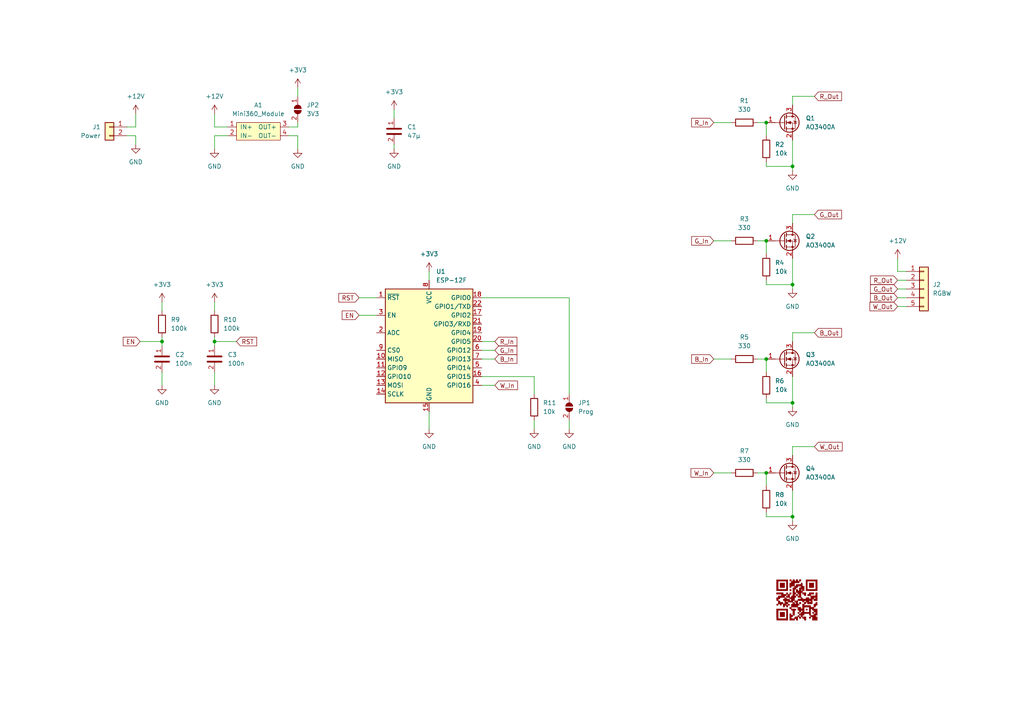
<source format=kicad_sch>
(kicad_sch (version 20211123) (generator eeschema)
  (paper "A4")
  (title_block (title "RGBW-Controller") (date "11.01.2022") (rev "V2.0") (company "maxl95"))
  (lib_symbols
    (symbol "Connector_Generic:Conn_01x02" (pin_names (offset 1.016) hide)
      (property "Reference" "J" (at 0 2.54 0))
      (property "Value" "Conn_01x02" (at 0 -5.08 0))
      (symbol "Conn_01x02_1_1"
        (pin passive line (at -5.08 0 0) (length 3.81) (name "Pin_1") (number "1"))
        (pin passive line (at -5.08 -2.54 0) (length 3.81) (name "Pin_2") (number "2"))
      )
    )
    (symbol "Connector_Generic:Conn_01x05" (pin_names (offset 1.016) hide)
      (property "Reference" "J" (at 0 7.62 0))
      (property "Value" "Conn_01x05" (at 0 -7.62 0))
      (symbol "Conn_01x05_1_1"
        (pin passive line (at -5.08 5.08 0) (length 3.81) (name "Pin_1") (number "1"))
        (pin passive line (at -5.08 2.54 0) (length 3.81) (name "Pin_2") (number "2"))
        (pin passive line (at -5.08 0 0) (length 3.81) (name "Pin_3") (number "3"))
        (pin passive line (at -5.08 -2.54 0) (length 3.81) (name "Pin_4") (number "4"))
        (pin passive line (at -5.08 -5.08 0) (length 3.81) (name "Pin_5") (number "5"))
      )
    )
    (symbol "Device:C" (pin_names (offset 0.254))
      (property "Reference" "C" (at 0.635 2.54 0))
      (property "Value" "C" (at 0.635 -2.54 0))
      (symbol "C_1_1"
        (pin passive line (at 0 3.81 270) (length 2.794) (name "~") (number "1"))
        (pin passive line (at 0 -3.81 90) (length 2.794) (name "~") (number "2"))
      )
    )
    (symbol "Device:R" (pin_numbers hide) (pin_names (offset 0))
      (property "Reference" "R" (at 2.032 0 90))
      (property "Value" "R" (at 0 0 90))
      (symbol "R_1_1"
        (pin passive line (at 0 3.81 270) (length 1.27) (name "~") (number "1"))
        (pin passive line (at 0 -3.81 90) (length 1.27) (name "~") (number "2"))
      )
    )
    (symbol "Jumper:SolderJumper_2_Open" (pin_names (offset 0) hide)
      (property "Reference" "JP" (at 0 2.032 0))
      (property "Value" "SolderJumper_2_Open" (at 0 -2.54 0))
      (symbol "SolderJumper_2_Open_1_1"
        (pin passive line (at -3.81 0 0) (length 2.54) (name "A") (number "1"))
        (pin passive line (at 3.81 0 180) (length 2.54) (name "B") (number "2"))
      )
    )
    (symbol "QR-Code:LOGO" (pin_names (offset 1.016)))
    (symbol "RF_Module:ESP-12F"
      (property "Reference" "U" (at -12.7 19.05 0))
      (property "Value" "ESP-12F" (at 12.7 19.05 0))
      (symbol "ESP-12F_1_1"
        (pin input line (at -15.24 15.24 0) (length 2.54) (name "~{RST}") (number "1"))
        (pin bidirectional line (at -15.24 -2.54 0) (length 2.54) (name "MISO") (number "10"))
        (pin bidirectional line (at -15.24 -5.08 0) (length 2.54) (name "GPIO9") (number "11"))
        (pin bidirectional line (at -15.24 -7.62 0) (length 2.54) (name "GPIO10") (number "12"))
        (pin bidirectional line (at -15.24 -10.16 0) (length 2.54) (name "MOSI") (number "13"))
        (pin bidirectional line (at -15.24 -12.7 0) (length 2.54) (name "SCLK") (number "14"))
        (pin power_in line (at 0 -17.78 90) (length 2.54) (name "GND") (number "15"))
        (pin bidirectional line (at 15.24 -7.62 180) (length 2.54) (name "GPIO15") (number "16"))
        (pin bidirectional line (at 15.24 10.16 180) (length 2.54) (name "GPIO2") (number "17"))
        (pin bidirectional line (at 15.24 15.24 180) (length 2.54) (name "GPIO0") (number "18"))
        (pin bidirectional line (at 15.24 5.08 180) (length 2.54) (name "GPIO4") (number "19"))
        (pin input line (at -15.24 5.08 0) (length 2.54) (name "ADC") (number "2"))
        (pin bidirectional line (at 15.24 2.54 180) (length 2.54) (name "GPIO5") (number "20"))
        (pin bidirectional line (at 15.24 7.62 180) (length 2.54) (name "GPIO3/RXD") (number "21"))
        (pin bidirectional line (at 15.24 12.7 180) (length 2.54) (name "GPIO1/TXD") (number "22"))
        (pin input line (at -15.24 10.16 0) (length 2.54) (name "EN") (number "3"))
        (pin bidirectional line (at 15.24 -10.16 180) (length 2.54) (name "GPIO16") (number "4"))
        (pin bidirectional line (at 15.24 -5.08 180) (length 2.54) (name "GPIO14") (number "5"))
        (pin bidirectional line (at 15.24 0 180) (length 2.54) (name "GPIO12") (number "6"))
        (pin bidirectional line (at 15.24 -2.54 180) (length 2.54) (name "GPIO13") (number "7"))
        (pin power_in line (at 0 20.32 270) (length 2.54) (name "VCC") (number "8"))
        (pin input line (at -15.24 0 0) (length 2.54) (name "CS0") (number "9"))
      )
    )
    (symbol "Transistor_FET:AO3400A" (pin_names hide)
      (property "Reference" "Q" (at 5.08 1.905 0))
      (property "Value" "AO3400A" (at 5.08 0 0))
      (symbol "AO3400A_1_1"
        (pin input line (at -5.08 0 0) (length 2.54) (name "G") (number "1"))
        (pin passive line (at 2.54 -5.08 90) (length 2.54) (name "S") (number "2"))
        (pin passive line (at 2.54 5.08 270) (length 2.54) (name "D") (number "3"))
      )
    )
    (symbol "mini360:Mini360_Module" (pin_names (offset 1.016))
      (property "Reference" "A" (at -6.35 3.81 0))
      (property "Value" "Mini360_Module" (at 5.08 3.81 0))
      (symbol "Mini360_Module_1_1"
        (pin power_in line (at -8.89 1.27 0) (length 2.54) (name "IN+") (number "1"))
        (pin power_in line (at -8.89 -1.27 0) (length 2.54) (name "IN-") (number "2"))
        (pin power_out line (at 8.89 1.27 180) (length 2.54) (name "OUT+") (number "3"))
        (pin power_in line (at 8.89 -1.27 180) (length 2.54) (name "OUT-") (number "4"))
      )
    )
    (symbol "power:+12V" (power) (pin_names (offset 0))
      (property "Value" "+12V" (at 0 3.556 0))
      (symbol "+12V_1_1"
        (pin power_in line (at 0 0 90) (length 0) hide (name "+12V") (number "1"))
      )
    )
    (symbol "power:+3V3" (power) (pin_names (offset 0))
      (property "Value" "+3V3" (at 0 3.556 0))
      (symbol "+3V3_1_1"
        (pin power_in line (at 0 0 90) (length 0) hide (name "+3V3") (number "1"))
      )
    )
    (symbol "power:GND" (power) (pin_names (offset 0))
      (property "Value" "GND" (at 0 -3.81 0))
      (symbol "GND_1_1"
        (pin power_in line (at 0 0 270) (length 0) hide (name "GND") (number "1"))
      )
    )
  )
  (junction (at 222.25 35.56))
  (junction (at 229.87 116.84))
  (junction (at 46.99 99.06))
  (junction (at 62.23 99.06))
  (junction (at 229.87 82.55))
  (junction (at 222.25 104.14))
  (junction (at 222.25 69.85))
  (junction (at 229.87 48.26))
  (junction (at 229.87 149.86))
  (junction (at 222.25 137.16))
  (wire (pts (xy 219.71 35.56) (xy 222.25 35.56)))
  (wire (pts (xy 219.71 137.16) (xy 222.25 137.16)))
  (wire (pts (xy 229.87 27.94) (xy 236.22 27.94)))
  (wire (pts (xy 154.94 109.22) (xy 154.94 114.3)))
  (wire (pts (xy 104.14 91.44) (xy 109.22 91.44)))
  (wire (pts (xy 36.83 36.83) (xy 39.37 36.83)))
  (wire (pts (xy 62.23 97.79) (xy 62.23 99.06)))
  (wire (pts (xy 229.87 74.93) (xy 229.87 82.55)))
  (wire (pts (xy 229.87 62.23) (xy 229.87 64.77)))
  (wire (pts (xy 260.35 74.93) (xy 260.35 78.74)))
  (wire (pts (xy 46.99 99.06) (xy 46.99 100.33)))
  (wire (pts (xy 229.87 116.84) (xy 229.87 118.11)))
  (wire (pts (xy 260.35 86.36) (xy 262.89 86.36)))
  (wire (pts (xy 260.35 83.82) (xy 262.89 83.82)))
  (wire (pts (xy 62.23 33.02) (xy 62.23 36.83)))
  (wire (pts (xy 62.23 99.06) (xy 68.58 99.06)))
  (wire (pts (xy 86.36 35.56) (xy 86.36 36.83)))
  (wire (pts (xy 139.7 111.76) (xy 143.51 111.76)))
  (wire (pts (xy 219.71 69.85) (xy 222.25 69.85)))
  (wire (pts (xy 222.25 149.86) (xy 229.87 149.86)))
  (wire (pts (xy 62.23 43.18) (xy 62.23 39.37)))
  (wire (pts (xy 222.25 81.28) (xy 222.25 82.55)))
  (wire (pts (xy 222.25 116.84) (xy 229.87 116.84)))
  (wire (pts (xy 46.99 97.79) (xy 46.99 99.06)))
  (wire (pts (xy 229.87 96.52) (xy 236.22 96.52)))
  (wire (pts (xy 229.87 96.52) (xy 229.87 99.06)))
  (wire (pts (xy 124.46 78.74) (xy 124.46 81.28)))
  (wire (pts (xy 229.87 82.55) (xy 229.87 83.82)))
  (wire (pts (xy 222.25 137.16) (xy 222.25 140.97)))
  (wire (pts (xy 229.87 129.54) (xy 229.87 132.08)))
  (wire (pts (xy 222.25 148.59) (xy 222.25 149.86)))
  (wire (pts (xy 62.23 39.37) (xy 66.04 39.37)))
  (wire (pts (xy 139.7 101.6) (xy 143.51 101.6)))
  (wire (pts (xy 219.71 104.14) (xy 222.25 104.14)))
  (wire (pts (xy 229.87 62.23) (xy 236.22 62.23)))
  (wire (pts (xy 260.35 78.74) (xy 262.89 78.74)))
  (wire (pts (xy 207.01 104.14) (xy 212.09 104.14)))
  (wire (pts (xy 104.14 86.36) (xy 109.22 86.36)))
  (wire (pts (xy 46.99 87.63) (xy 46.99 90.17)))
  (wire (pts (xy 165.1 121.92) (xy 165.1 124.46)))
  (wire (pts (xy 62.23 107.95) (xy 62.23 111.76)))
  (wire (pts (xy 39.37 39.37) (xy 36.83 39.37)))
  (wire (pts (xy 114.3 41.91) (xy 114.3 43.18)))
  (wire (pts (xy 222.25 48.26) (xy 229.87 48.26)))
  (wire (pts (xy 222.25 104.14) (xy 222.25 107.95)))
  (wire (pts (xy 154.94 121.92) (xy 154.94 124.46)))
  (wire (pts (xy 39.37 33.02) (xy 39.37 36.83)))
  (wire (pts (xy 222.25 82.55) (xy 229.87 82.55)))
  (wire (pts (xy 260.35 81.28) (xy 262.89 81.28)))
  (wire (pts (xy 229.87 27.94) (xy 229.87 30.48)))
  (wire (pts (xy 139.7 99.06) (xy 143.51 99.06)))
  (wire (pts (xy 165.1 86.36) (xy 165.1 114.3)))
  (wire (pts (xy 222.25 35.56) (xy 222.25 39.37)))
  (wire (pts (xy 62.23 36.83) (xy 66.04 36.83)))
  (wire (pts (xy 222.25 46.99) (xy 222.25 48.26)))
  (wire (pts (xy 229.87 149.86) (xy 229.87 151.13)))
  (wire (pts (xy 86.36 25.4) (xy 86.36 27.94)))
  (wire (pts (xy 83.82 36.83) (xy 86.36 36.83)))
  (wire (pts (xy 139.7 109.22) (xy 154.94 109.22)))
  (wire (pts (xy 62.23 99.06) (xy 62.23 100.33)))
  (wire (pts (xy 207.01 69.85) (xy 212.09 69.85)))
  (wire (pts (xy 229.87 109.22) (xy 229.87 116.84)))
  (wire (pts (xy 139.7 86.36) (xy 165.1 86.36)))
  (wire (pts (xy 83.82 39.37) (xy 86.36 39.37)))
  (wire (pts (xy 229.87 142.24) (xy 229.87 149.86)))
  (wire (pts (xy 139.7 104.14) (xy 143.51 104.14)))
  (wire (pts (xy 114.3 31.75) (xy 114.3 34.29)))
  (wire (pts (xy 62.23 87.63) (xy 62.23 90.17)))
  (wire (pts (xy 207.01 35.56) (xy 212.09 35.56)))
  (wire (pts (xy 86.36 43.18) (xy 86.36 39.37)))
  (wire (pts (xy 39.37 41.91) (xy 39.37 39.37)))
  (wire (pts (xy 229.87 48.26) (xy 229.87 49.53)))
  (wire (pts (xy 260.35 88.9) (xy 262.89 88.9)))
  (wire (pts (xy 40.64 99.06) (xy 46.99 99.06)))
  (wire (pts (xy 222.25 69.85) (xy 222.25 73.66)))
  (wire (pts (xy 207.01 137.16) (xy 212.09 137.16)))
  (wire (pts (xy 229.87 129.54) (xy 236.22 129.54)))
  (wire (pts (xy 124.46 119.38) (xy 124.46 124.46)))
  (wire (pts (xy 46.99 107.95) (xy 46.99 111.76)))
  (wire (pts (xy 222.25 115.57) (xy 222.25 116.84)))
  (wire (pts (xy 229.87 40.64) (xy 229.87 48.26)))
  (global_label "B_In" (shape input) (at 143.51 104.14 0) (property "Intersheet References" "${INTERSHEET_REFS}" (effects hide)))
  (global_label "W_In" (shape input) (at 143.51 111.76 0) (property "Intersheet References" "${INTERSHEET_REFS}" (effects hide)))
  (global_label "RST" (shape input) (at 104.14 86.36 180) (property "Intersheet References" "${INTERSHEET_REFS}" (effects hide)))
  (global_label "R_In" (shape input) (at 207.01 35.56 180) (property "Intersheet References" "${INTERSHEET_REFS}" (effects hide)))
  (global_label "RST" (shape input) (at 68.58 99.06 0) (property "Intersheet References" "${INTERSHEET_REFS}" (effects hide)))
  (global_label "G_Out" (shape input) (at 236.22 62.23 0) (property "Intersheet References" "${INTERSHEET_REFS}" (effects hide)))
  (global_label "W_Out" (shape input) (at 260.35 88.9 180) (property "Intersheet References" "${INTERSHEET_REFS}" (effects hide)))
  (global_label "W_Out" (shape input) (at 236.22 129.54 0) (property "Intersheet References" "${INTERSHEET_REFS}" (effects hide)))
  (global_label "B_Out" (shape input) (at 260.35 86.36 180) (property "Intersheet References" "${INTERSHEET_REFS}" (effects hide)))
  (global_label "B_In" (shape input) (at 207.01 104.14 180) (property "Intersheet References" "${INTERSHEET_REFS}" (effects hide)))
  (global_label "R_Out" (shape input) (at 236.22 27.94 0) (property "Intersheet References" "${INTERSHEET_REFS}" (effects hide)))
  (global_label "EN" (shape input) (at 40.64 99.06 180) (property "Intersheet References" "${INTERSHEET_REFS}" (effects hide)))
  (global_label "B_Out" (shape input) (at 236.22 96.52 0) (property "Intersheet References" "${INTERSHEET_REFS}" (effects hide)))
  (global_label "R_Out" (shape input) (at 260.35 81.28 180) (property "Intersheet References" "${INTERSHEET_REFS}" (effects hide)))
  (global_label "G_In" (shape input) (at 143.51 101.6 0) (property "Intersheet References" "${INTERSHEET_REFS}" (effects hide)))
  (global_label "G_Out" (shape input) (at 260.35 83.82 180) (property "Intersheet References" "${INTERSHEET_REFS}" (effects hide)))
  (global_label "EN" (shape input) (at 104.14 91.44 180) (property "Intersheet References" "${INTERSHEET_REFS}" (effects hide)))
  (global_label "R_In" (shape input) (at 143.51 99.06 0) (property "Intersheet References" "${INTERSHEET_REFS}" (effects hide)))
  (global_label "G_In" (shape input) (at 207.01 69.85 180) (property "Intersheet References" "${INTERSHEET_REFS}" (effects hide)))
  (global_label "W_In" (shape input) (at 207.01 137.16 180) (property "Intersheet References" "${INTERSHEET_REFS}" (effects hide)))
  (symbol (lib_id "Transistor_FET:AO3400A") (at 227.33 69.85 0) (unit 1)
    (property "Reference" "Q2" (at 233.68 68.5799 0) (effects (justify left)))
    (property "Value" "AO3400A" (at 233.68 71.1199 0) (effects (justify left)))
    (property "Footprint" "Package_TO_SOT_SMD:SOT-23" (effects hide))
    (property "Datasheet" "http://www.aosmd.com/pdfs/datasheet/AO3400A.pdf" (effects hide))
  )
  (symbol (lib_id "power:+3V3") (at 46.99 87.63 0) (unit 1)
    (property "Reference" "#PWR0118" (effects hide))
    (property "Value" "+3V3" (at 46.99 82.55 0))
  )
  (symbol (lib_id "Device:R") (at 215.9 35.56 270) (unit 1)
    (property "Reference" "R1" (at 215.9 29.21 90))
    (property "Value" "330" (at 215.9 31.75 90))
    (property "Footprint" "Resistor_SMD:R_0603_1608Metric" (effects hide))
  )
  (symbol (lib_id "power:GND") (at 229.87 151.13 0) (unit 1)
    (property "Reference" "#PWR0104" (effects hide))
    (property "Value" "GND" (at 229.87 156.21 0))
  )
  (symbol (lib_id "Transistor_FET:AO3400A") (at 227.33 35.56 0) (unit 1)
    (property "Reference" "Q1" (at 233.68 34.2899 0) (effects (justify left)))
    (property "Value" "AO3400A" (at 233.68 36.8299 0) (effects (justify left)))
    (property "Footprint" "Package_TO_SOT_SMD:SOT-23" (effects hide))
    (property "Datasheet" "http://www.aosmd.com/pdfs/datasheet/AO3400A.pdf" (effects hide))
  )
  (symbol (lib_id "power:GND") (at 46.99 111.76 0) (unit 1)
    (property "Reference" "#PWR0120" (effects hide))
    (property "Value" "GND" (at 46.99 116.84 0))
  )
  (symbol (lib_id "power:+3V3") (at 62.23 87.63 0) (unit 1)
    (property "Reference" "#PWR0121" (effects hide))
    (property "Value" "+3V3" (at 62.23 82.55 0))
  )
  (symbol (lib_id "Device:C") (at 62.23 104.14 0) (unit 1)
    (property "Reference" "C3" (at 66.04 102.8699 0) (effects (justify left)))
    (property "Value" "100n" (at 66.04 105.4099 0) (effects (justify left)))
    (property "Footprint" "Capacitor_SMD:C_0805_2012Metric_Pad1.18x1.45mm_HandSolder" (effects hide))
  )
  (symbol (lib_id "power:GND") (at 165.1 124.46 0) (unit 1)
    (property "Reference" "#PWR0113" (effects hide))
    (property "Value" "GND" (at 165.1 129.54 0))
  )
  (symbol (lib_id "power:+12V") (at 39.37 33.02 0) (mirror y) (unit 1)
    (property "Reference" "#PWR0117" (effects hide))
    (property "Value" "+12V" (at 39.37 27.94 0))
  )
  (symbol (lib_id "Jumper:SolderJumper_2_Open") (at 86.36 31.75 270) (unit 1)
    (property "Reference" "JP2" (at 88.9 30.4799 90) (effects (justify left)))
    (property "Value" "3V3" (at 88.9 33.0199 90) (effects (justify left)))
    (property "Footprint" "Jumper:SolderJumper-2_P1.3mm_Open_Pad1.0x1.5mm" (effects hide))
  )
  (symbol (lib_id "Transistor_FET:AO3400A") (at 227.33 104.14 0) (unit 1)
    (property "Reference" "Q3" (at 233.68 102.8699 0) (effects (justify left)))
    (property "Value" "AO3400A" (at 233.68 105.4099 0) (effects (justify left)))
    (property "Footprint" "Package_TO_SOT_SMD:SOT-23" (effects hide))
    (property "Datasheet" "http://www.aosmd.com/pdfs/datasheet/AO3400A.pdf" (effects hide))
  )
  (symbol (lib_id "Device:R") (at 215.9 69.85 270) (unit 1)
    (property "Reference" "R3" (at 215.9 63.5 90))
    (property "Value" "330" (at 215.9 66.04 90))
    (property "Footprint" "Resistor_SMD:R_0603_1608Metric" (effects hide))
  )
  (symbol (lib_id "power:+12V") (at 62.23 33.02 0) (unit 1)
    (property "Reference" "#PWR0106" (effects hide))
    (property "Value" "+12V" (at 62.23 27.94 0))
  )
  (symbol (lib_id "power:GND") (at 86.36 43.18 0) (unit 1)
    (property "Reference" "#PWR0109" (effects hide))
    (property "Value" "GND" (at 86.36 48.26 0))
  )
  (symbol (lib_id "Device:R") (at 154.94 118.11 0) (unit 1)
    (property "Reference" "R11" (at 157.48 116.8399 0) (effects (justify left)))
    (property "Value" "10k" (at 157.48 119.3799 0) (effects (justify left)))
    (property "Footprint" "Resistor_SMD:R_0603_1608Metric_Pad0.98x0.95mm_HandSolder" (effects hide))
  )
  (symbol (lib_id "power:GND") (at 62.23 111.76 0) (unit 1)
    (property "Reference" "#PWR0119" (effects hide))
    (property "Value" "GND" (at 62.23 116.84 0))
  )
  (symbol (lib_id "Connector_Generic:Conn_01x02") (at 31.75 36.83 0) (mirror y) (unit 1)
    (property "Reference" "J1" (at 29.21 36.8299 0) (effects (justify left)))
    (property "Value" "Power" (at 29.21 39.3699 0) (effects (justify left)))
    (property "Footprint" "Connector_PinHeader_2.54mm:PinHeader_1x02_P2.54mm_Vertical" (effects hide))
  )
  (symbol (lib_id "power:GND") (at 229.87 83.82 0) (unit 1)
    (property "Reference" "#PWR0101" (effects hide))
    (property "Value" "GND" (at 229.87 88.9 0))
  )
  (symbol (lib_id "Device:R") (at 222.25 43.18 0) (unit 1)
    (property "Reference" "R2" (at 224.79 41.9099 0) (effects (justify left)))
    (property "Value" "10k" (at 224.79 44.4499 0) (effects (justify left)))
    (property "Footprint" "Resistor_SMD:R_0603_1608Metric" (effects hide))
  )
  (symbol (lib_id "Device:R") (at 215.9 104.14 270) (unit 1)
    (property "Reference" "R5" (at 215.9 97.79 90))
    (property "Value" "330" (at 215.9 100.33 90))
    (property "Footprint" "Resistor_SMD:R_0603_1608Metric" (effects hide))
  )
  (symbol (lib_id "Transistor_FET:AO3400A") (at 227.33 137.16 0) (unit 1)
    (property "Reference" "Q4" (at 233.68 135.8899 0) (effects (justify left)))
    (property "Value" "AO3400A" (at 233.68 138.4299 0) (effects (justify left)))
    (property "Footprint" "Package_TO_SOT_SMD:SOT-23" (effects hide))
    (property "Datasheet" "http://www.aosmd.com/pdfs/datasheet/AO3400A.pdf" (effects hide))
  )
  (symbol (lib_id "Device:R") (at 215.9 137.16 270) (unit 1)
    (property "Reference" "R7" (at 215.9 130.81 90))
    (property "Value" "330" (at 215.9 133.35 90))
    (property "Footprint" "Resistor_SMD:R_0603_1608Metric" (effects hide))
  )
  (symbol (lib_id "Connector_Generic:Conn_01x05") (at 267.97 83.82 0) (unit 1)
    (property "Reference" "J2" (at 270.51 82.5499 0) (effects (justify left)))
    (property "Value" "RGBW" (at 270.51 85.0899 0) (effects (justify left)))
    (property "Footprint" "Connector_PinHeader_2.54mm:PinHeader_1x05_P2.54mm_Horizontal" (effects hide))
  )
  (symbol (lib_id "power:+12V") (at 260.35 74.93 0) (unit 1)
    (property "Reference" "#PWR0102" (effects hide))
    (property "Value" "+12V" (at 260.35 69.85 0))
  )
  (symbol (lib_id "power:GND") (at 154.94 124.46 0) (unit 1)
    (property "Reference" "#PWR0112" (effects hide))
    (property "Value" "GND" (at 154.94 129.54 0))
  )
  (symbol (lib_id "Jumper:SolderJumper_2_Open") (at 165.1 118.11 270) (unit 1)
    (property "Reference" "JP1" (at 167.64 116.8399 90) (effects (justify left)))
    (property "Value" "Prog" (at 167.64 119.3799 90) (effects (justify left)))
    (property "Footprint" "Jumper:SolderJumper-2_P1.3mm_Open_Pad1.0x1.5mm" (effects hide))
  )
  (symbol (lib_id "Device:C") (at 114.3 38.1 0) (unit 1)
    (property "Reference" "C1" (at 118.11 36.8299 0) (effects (justify left)))
    (property "Value" "47µ" (at 118.11 39.3699 0) (effects (justify left)))
    (property "Footprint" "Capacitor_Tantalum_SMD:CP_EIA-3528-12_Kemet-T_Pad1.50x2.35mm_HandSolder" (effects hide))
  )
  (symbol (lib_id "Device:R") (at 62.23 93.98 0) (unit 1)
    (property "Reference" "R10" (at 64.77 92.7099 0) (effects (justify left)))
    (property "Value" "100k" (at 64.77 95.2499 0) (effects (justify left)))
    (property "Footprint" "Resistor_SMD:R_0603_1608Metric_Pad0.98x0.95mm_HandSolder" (effects hide))
  )
  (symbol (lib_id "power:+3V3") (at 114.3 31.75 0) (unit 1)
    (property "Reference" "#PWR0114" (effects hide))
    (property "Value" "+3V3" (at 114.3 26.67 0))
  )
  (symbol (lib_id "mini360:Mini360_Module") (at 74.93 38.1 0) (unit 1)
    (property "Reference" "A1" (at 74.93 30.48 0))
    (property "Value" "Mini360_Module" (at 74.93 33.02 0))
    (property "Footprint" "Charleslabs_Parts:Mini360_Module" (effects hide))
  )
  (symbol (lib_id "Device:R") (at 222.25 111.76 0) (unit 1)
    (property "Reference" "R6" (at 224.79 110.4899 0) (effects (justify left)))
    (property "Value" "10k" (at 224.79 113.0299 0) (effects (justify left)))
    (property "Footprint" "Resistor_SMD:R_0603_1608Metric" (effects hide))
  )
  (symbol (lib_id "power:GND") (at 114.3 43.18 0) (unit 1)
    (property "Reference" "#PWR0115" (effects hide))
    (property "Value" "GND" (at 114.3 48.26 0))
  )
  (symbol (lib_id "Device:C") (at 46.99 104.14 0) (unit 1)
    (property "Reference" "C2" (at 50.8 102.8699 0) (effects (justify left)))
    (property "Value" "100n" (at 50.8 105.4099 0) (effects (justify left)))
    (property "Footprint" "Capacitor_SMD:C_0805_2012Metric_Pad1.18x1.45mm_HandSolder" (effects hide))
  )
  (symbol (lib_id "Device:R") (at 46.99 93.98 0) (unit 1)
    (property "Reference" "R9" (at 49.53 92.7099 0) (effects (justify left)))
    (property "Value" "100k" (at 49.53 95.2499 0) (effects (justify left)))
    (property "Footprint" "Resistor_SMD:R_0603_1608Metric_Pad0.98x0.95mm_HandSolder" (effects hide))
  )
  (symbol (lib_id "Device:R") (at 222.25 144.78 0) (unit 1)
    (property "Reference" "R8" (at 224.79 143.5099 0) (effects (justify left)))
    (property "Value" "10k" (at 224.79 146.0499 0) (effects (justify left)))
    (property "Footprint" "Resistor_SMD:R_0603_1608Metric" (effects hide))
  )
  (symbol (lib_id "RF_Module:ESP-12F") (at 124.46 101.6 0) (unit 1)
    (property "Reference" "U1" (at 126.4794 78.74 0) (effects (justify left)))
    (property "Value" "ESP-12F" (at 126.4794 81.28 0) (effects (justify left)))
    (property "Footprint" "RF_Module:ESP-12E" (effects hide))
    (property "Datasheet" "http://wiki.ai-thinker.com/_media/esp8266/esp8266_series_modules_user_manual_v1.1.pdf" (effects hide))
  )
  (symbol (lib_id "QR-Code:LOGO") (at 231.14 173.99 0) (unit 1)
    (property "Reference" "#G?" (effects hide))
    (property "Value" "LOGO" (effects hide))
  )
  (symbol (lib_id "power:+3V3") (at 124.46 78.74 0) (unit 1)
    (property "Reference" "#PWR0107" (effects hide))
    (property "Value" "+3V3" (at 124.46 73.66 0))
  )
  (symbol (lib_id "power:GND") (at 229.87 118.11 0) (unit 1)
    (property "Reference" "#PWR0105" (effects hide))
    (property "Value" "GND" (at 229.87 123.19 0))
  )
  (symbol (lib_id "power:GND") (at 124.46 124.46 0) (unit 1)
    (property "Reference" "#PWR0111" (effects hide))
    (property "Value" "GND" (at 124.46 129.54 0))
  )
  (symbol (lib_id "power:GND") (at 39.37 41.91 0) (mirror y) (unit 1)
    (property "Reference" "#PWR0116" (effects hide))
    (property "Value" "GND" (at 39.37 46.99 0))
  )
  (symbol (lib_id "power:GND") (at 62.23 43.18 0) (unit 1)
    (property "Reference" "#PWR0110" (effects hide))
    (property "Value" "GND" (at 62.23 48.26 0))
  )
  (symbol (lib_id "power:GND") (at 229.87 49.53 0) (unit 1)
    (property "Reference" "#PWR0103" (effects hide))
    (property "Value" "GND" (at 229.87 54.61 0))
  )
  (symbol (lib_id "Device:R") (at 222.25 77.47 0) (unit 1)
    (property "Reference" "R4" (at 224.79 76.1999 0) (effects (justify left)))
    (property "Value" "10k" (at 224.79 78.7399 0) (effects (justify left)))
    (property "Footprint" "Resistor_SMD:R_0603_1608Metric" (effects hide))
  )
  (symbol (lib_id "power:+3V3") (at 86.36 25.4 0) (unit 1)
    (property "Reference" "#PWR0108" (effects hide))
    (property "Value" "+3V3" (at 86.36 20.32 0))
  )
)
</source>
